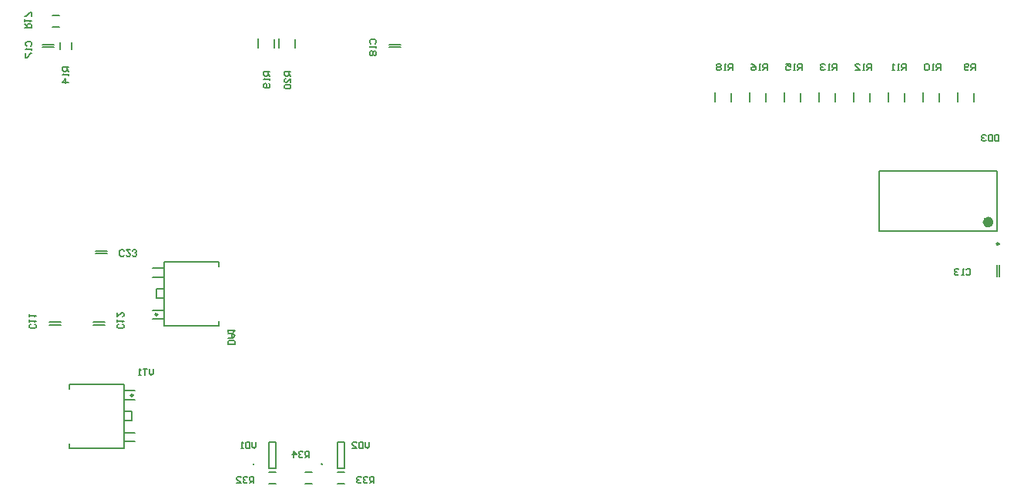
<source format=gbo>
G04 Layer_Color=32896*
%FSAX42Y42*%
%MOMM*%
G71*
G01*
G75*
%ADD10C,0.25*%
%ADD11C,0.60*%
%ADD12C,0.13*%
%ADD13C,0.20*%
D10*
X005391Y007696D02*
G03*
X005391Y007696I-000012J000000D01*
G01*
X005124Y006807D02*
G03*
X005124Y006807I-000012J000000D01*
G01*
X014639Y008471D02*
G03*
X014639Y008471I-000012J000000D01*
G01*
D11*
X014550Y008711D02*
G03*
X014550Y008711I-000030J000000D01*
G01*
D12*
X004710Y008397D02*
X004840Y008397D01*
X004710Y008367D02*
X004840Y008367D01*
X014645Y008114D02*
X014645Y008244D01*
X014615Y008114D02*
X014615Y008244D01*
X004202Y007580D02*
X004332Y007580D01*
X004202Y007610D02*
X004332Y007610D01*
X004685Y007580D02*
X004815Y007580D01*
X004685Y007610D02*
X004815Y007610D01*
X004124Y010665D02*
X004254Y010665D01*
X004124Y010635D02*
X004254Y010635D01*
X007935Y010665D02*
X008065Y010665D01*
X007935Y010635D02*
X008065Y010635D01*
X006063Y007575D02*
X006063Y007625D01*
X006063Y008225D02*
X006063Y008275D01*
X005463Y007575D02*
X005463Y008275D01*
X005343Y008105D02*
X005463Y008105D01*
X005463Y008205D01*
X005343Y008205D02*
X005463Y008205D01*
X005383Y007875D02*
X005463Y007875D01*
X005463Y007975D01*
X005383Y007975D02*
X005463Y007975D01*
X005383Y007875D02*
X005383Y007975D01*
X005343Y007745D02*
X005463Y007745D01*
X005463Y007645D02*
X005463Y007745D01*
X005343Y007645D02*
X005463Y007645D01*
X005463Y008275D02*
X006063Y008275D01*
X005463Y007575D02*
X006063Y007575D01*
X004325Y010612D02*
X004325Y010688D01*
X004452Y010612D02*
X004452Y010688D01*
X004240Y010986D02*
X004317Y010986D01*
X004240Y010858D02*
X004317Y010858D01*
X006619Y005837D02*
X006695Y005837D01*
X006619Y005963D02*
X006695Y005963D01*
X007369Y005837D02*
X007445Y005837D01*
X007369Y005963D02*
X007445Y005963D01*
X006500Y010624D02*
X006500Y010726D01*
X006678Y010627D02*
X006678Y010723D01*
X006725Y010624D02*
X006725Y010726D01*
X006903Y010627D02*
X006903Y010723D01*
X007019Y005963D02*
X007095Y005963D01*
X007019Y005837D02*
X007095Y005837D01*
X006619Y006005D02*
X006619Y006295D01*
X006695Y006295D01*
X006695Y006005D02*
X006695Y006295D01*
X006619Y006005D02*
X006695Y006005D01*
X007369Y006005D02*
X007369Y006295D01*
X007445Y006295D01*
X007445Y006005D02*
X007445Y006295D01*
X007369Y006005D02*
X007445Y006005D01*
X004427Y006879D02*
X004427Y006929D01*
X004427Y006229D02*
X004427Y006279D01*
X005027Y006229D02*
X005027Y006929D01*
X005027Y006399D02*
X005147Y006399D01*
X005027Y006299D02*
X005027Y006399D01*
X005027Y006299D02*
X005147Y006299D01*
X005027Y006629D02*
X005107Y006629D01*
X005027Y006529D02*
X005027Y006629D01*
X005027Y006529D02*
X005107Y006529D01*
X005107Y006629D01*
X005027Y006759D02*
X005147Y006759D01*
X005027Y006759D02*
X005027Y006859D01*
X005147Y006859D01*
X004427Y006229D02*
X005027Y006229D01*
X004427Y006929D02*
X005027Y006929D01*
X011521Y010033D02*
X011521Y010135D01*
X011698Y010036D02*
X011698Y010132D01*
X011901Y010033D02*
X011901Y010135D01*
X012079Y010036D02*
X012079Y010132D01*
X012282Y010033D02*
X012282Y010135D01*
X012460Y010036D02*
X012460Y010132D01*
X012664Y010033D02*
X012664Y010135D01*
X012841Y010036D02*
X012841Y010132D01*
X013045Y010033D02*
X013045Y010135D01*
X013222Y010036D02*
X013222Y010132D01*
X013426Y010033D02*
X013426Y010135D01*
X013603Y010036D02*
X013603Y010132D01*
X013807Y010033D02*
X013807Y010135D01*
X013984Y010036D02*
X013984Y010132D01*
X014188Y010033D02*
X014188Y010135D01*
X014365Y010036D02*
X014365Y010132D01*
X005025Y008349D02*
X005013Y008337D01*
X004990Y008337D01*
X004978Y008349D01*
X004978Y008396D01*
X004990Y008407D01*
X005013Y008407D01*
X005025Y008396D01*
X005095Y008407D02*
X005048Y008407D01*
X005095Y008361D01*
X005095Y008349D01*
X005083Y008337D01*
X005060Y008337D01*
X005048Y008349D01*
X005118Y008349D02*
X005130Y008337D01*
X005153Y008337D01*
X005165Y008349D01*
X005165Y008361D01*
X005153Y008372D01*
X005142Y008372D01*
X005153Y008372D01*
X005165Y008384D01*
X005165Y008396D01*
X005153Y008407D01*
X005130Y008407D01*
X005118Y008396D01*
X014279Y008186D02*
X014291Y008198D01*
X014314Y008198D01*
X014326Y008186D01*
X014326Y008140D01*
X014314Y008128D01*
X014291Y008128D01*
X014279Y008140D01*
X014256Y008128D02*
X014232Y008128D01*
X014244Y008128D01*
X014244Y008198D01*
X014256Y008186D01*
X014197Y008186D02*
X014186Y008198D01*
X014162Y008198D01*
X014151Y008186D01*
X014151Y008175D01*
X014162Y008163D01*
X014174Y008163D01*
X014162Y008163D01*
X014151Y008151D01*
X014151Y008140D01*
X014162Y008128D01*
X014186Y008128D01*
X014197Y008140D01*
X004046Y007590D02*
X004058Y007579D01*
X004058Y007555D01*
X004046Y007544D01*
X003999Y007544D01*
X003988Y007555D01*
X003988Y007579D01*
X003999Y007590D01*
X003988Y007614D02*
X003988Y007637D01*
X003988Y007625D01*
X004058Y007625D01*
X004046Y007614D01*
X003988Y007672D02*
X003988Y007695D01*
X003988Y007684D01*
X004058Y007684D01*
X004046Y007672D01*
X005011Y007590D02*
X005023Y007579D01*
X005023Y007555D01*
X005011Y007544D01*
X004965Y007544D01*
X004953Y007555D01*
X004953Y007579D01*
X004965Y007590D01*
X004953Y007614D02*
X004953Y007637D01*
X004953Y007625D01*
X005023Y007625D01*
X005011Y007614D01*
X004953Y007719D02*
X004953Y007672D01*
X005000Y007719D01*
X005011Y007719D01*
X005023Y007707D01*
X005023Y007684D01*
X005011Y007672D01*
X003955Y010647D02*
X003943Y010658D01*
X003943Y010682D01*
X003955Y010693D01*
X004002Y010693D01*
X004013Y010682D01*
X004013Y010658D01*
X004002Y010647D01*
X004013Y010623D02*
X004013Y010600D01*
X004013Y010612D01*
X003943Y010612D01*
X003955Y010623D01*
X003943Y010565D02*
X003943Y010518D01*
X003955Y010518D01*
X004002Y010565D01*
X004013Y010565D01*
X007739Y010672D02*
X007728Y010684D01*
X007728Y010707D01*
X007739Y010719D01*
X007786Y010719D01*
X007798Y010707D01*
X007798Y010684D01*
X007786Y010672D01*
X007798Y010649D02*
X007798Y010625D01*
X007798Y010637D01*
X007728Y010637D01*
X007739Y010649D01*
X007739Y010591D02*
X007728Y010579D01*
X007728Y010556D01*
X007739Y010544D01*
X007751Y010544D01*
X007763Y010556D01*
X007774Y010544D01*
X007786Y010544D01*
X007798Y010556D01*
X007798Y010579D01*
X007786Y010591D01*
X007774Y010591D01*
X007763Y010579D01*
X007751Y010591D01*
X007739Y010591D01*
X007763Y010579D02*
X007763Y010556D01*
X006242Y007366D02*
X006172Y007366D01*
X006172Y007401D01*
X006184Y007413D01*
X006231Y007413D01*
X006242Y007401D01*
X006242Y007366D01*
X006172Y007436D02*
X006219Y007436D01*
X006242Y007459D01*
X006219Y007483D01*
X006172Y007483D01*
X006207Y007483D01*
X006207Y007436D01*
X006172Y007506D02*
X006172Y007529D01*
X006172Y007518D01*
X006242Y007518D01*
X006231Y007506D01*
X004420Y010414D02*
X004350Y010414D01*
X004350Y010379D01*
X004361Y010367D01*
X004385Y010367D01*
X004396Y010379D01*
X004396Y010414D01*
X004396Y010391D02*
X004420Y010367D01*
X004420Y010344D02*
X004420Y010321D01*
X004420Y010332D01*
X004350Y010332D01*
X004361Y010344D01*
X004420Y010251D02*
X004350Y010251D01*
X004385Y010286D01*
X004385Y010239D01*
X003937Y010846D02*
X004007Y010846D01*
X004007Y010881D01*
X003995Y010892D01*
X003972Y010892D01*
X003960Y010881D01*
X003960Y010846D01*
X003960Y010869D02*
X003937Y010892D01*
X003937Y010916D02*
X003937Y010939D01*
X003937Y010927D01*
X004007Y010927D01*
X003995Y010916D01*
X004007Y010974D02*
X004007Y011021D01*
X003995Y011021D01*
X003949Y010974D01*
X003937Y010974D01*
X006452Y005842D02*
X006452Y005912D01*
X006417Y005912D01*
X006405Y005900D01*
X006405Y005877D01*
X006417Y005865D01*
X006452Y005865D01*
X006428Y005865D02*
X006405Y005842D01*
X006382Y005900D02*
X006370Y005912D01*
X006347Y005912D01*
X006335Y005900D01*
X006335Y005889D01*
X006347Y005877D01*
X006358Y005877D01*
X006347Y005877D01*
X006335Y005865D01*
X006335Y005854D01*
X006347Y005842D01*
X006370Y005842D01*
X006382Y005854D01*
X006265Y005842D02*
X006312Y005842D01*
X006265Y005889D01*
X006265Y005900D01*
X006277Y005912D01*
X006300Y005912D01*
X006312Y005900D01*
X007772Y005842D02*
X007772Y005912D01*
X007737Y005912D01*
X007726Y005900D01*
X007726Y005877D01*
X007737Y005865D01*
X007772Y005865D01*
X007749Y005865D02*
X007726Y005842D01*
X007702Y005900D02*
X007691Y005912D01*
X007667Y005912D01*
X007656Y005900D01*
X007656Y005889D01*
X007667Y005877D01*
X007679Y005877D01*
X007667Y005877D01*
X007656Y005865D01*
X007656Y005854D01*
X007667Y005842D01*
X007691Y005842D01*
X007702Y005854D01*
X007632Y005900D02*
X007621Y005912D01*
X007597Y005912D01*
X007586Y005900D01*
X007586Y005889D01*
X007597Y005877D01*
X007609Y005877D01*
X007597Y005877D01*
X007586Y005865D01*
X007586Y005854D01*
X007597Y005842D01*
X007621Y005842D01*
X007632Y005854D01*
X006629Y010363D02*
X006559Y010363D01*
X006559Y010328D01*
X006571Y010317D01*
X006594Y010317D01*
X006606Y010328D01*
X006606Y010363D01*
X006606Y010340D02*
X006629Y010317D01*
X006629Y010293D02*
X006629Y010270D01*
X006629Y010282D01*
X006559Y010282D01*
X006571Y010293D01*
X006618Y010235D02*
X006629Y010223D01*
X006629Y010200D01*
X006618Y010188D01*
X006571Y010188D01*
X006559Y010200D01*
X006559Y010223D01*
X006571Y010235D01*
X006583Y010235D01*
X006594Y010223D01*
X006594Y010188D01*
X006858Y010363D02*
X006788Y010363D01*
X006788Y010328D01*
X006800Y010317D01*
X006823Y010317D01*
X006835Y010328D01*
X006835Y010363D01*
X006835Y010340D02*
X006858Y010317D01*
X006858Y010247D02*
X006858Y010293D01*
X006811Y010247D01*
X006800Y010247D01*
X006788Y010258D01*
X006788Y010282D01*
X006800Y010293D01*
X006800Y010223D02*
X006788Y010212D01*
X006788Y010188D01*
X006800Y010177D01*
X006846Y010177D01*
X006858Y010188D01*
X006858Y010212D01*
X006846Y010223D01*
X006800Y010223D01*
X007061Y006121D02*
X007061Y006191D01*
X007026Y006191D01*
X007015Y006180D01*
X007015Y006156D01*
X007026Y006145D01*
X007061Y006145D01*
X007038Y006145D02*
X007015Y006121D01*
X006991Y006180D02*
X006980Y006191D01*
X006956Y006191D01*
X006945Y006180D01*
X006945Y006168D01*
X006956Y006156D01*
X006968Y006156D01*
X006956Y006156D01*
X006945Y006145D01*
X006945Y006133D01*
X006956Y006121D01*
X006980Y006121D01*
X006991Y006133D01*
X006886Y006121D02*
X006886Y006191D01*
X006921Y006156D01*
X006875Y006156D01*
X006477Y006293D02*
X006477Y006246D01*
X006454Y006223D01*
X006430Y006246D01*
X006430Y006293D01*
X006407Y006293D02*
X006407Y006223D01*
X006372Y006223D01*
X006360Y006235D01*
X006360Y006281D01*
X006372Y006293D01*
X006407Y006293D01*
X006337Y006223D02*
X006314Y006223D01*
X006325Y006223D01*
X006325Y006293D01*
X006337Y006281D01*
X007722Y006293D02*
X007722Y006246D01*
X007698Y006223D01*
X007675Y006246D01*
X007675Y006293D01*
X007652Y006293D02*
X007652Y006223D01*
X007617Y006223D01*
X007605Y006235D01*
X007605Y006281D01*
X007617Y006293D01*
X007652Y006293D01*
X007535Y006223D02*
X007582Y006223D01*
X007535Y006270D01*
X007535Y006281D01*
X007547Y006293D01*
X007570Y006293D01*
X007582Y006281D01*
X005349Y007096D02*
X005349Y007049D01*
X005326Y007026D01*
X005303Y007049D01*
X005303Y007096D01*
X005279Y007096D02*
X005233Y007096D01*
X005256Y007096D01*
X005256Y007026D01*
X005209Y007026D02*
X005186Y007026D01*
X005198Y007026D01*
X005198Y007096D01*
X005209Y007084D01*
X014638Y009674D02*
X014638Y009604D01*
X014603Y009604D01*
X014591Y009615D01*
X014591Y009662D01*
X014603Y009674D01*
X014638Y009674D01*
X014568Y009674D02*
X014568Y009604D01*
X014533Y009604D01*
X014521Y009615D01*
X014521Y009662D01*
X014533Y009674D01*
X014568Y009674D01*
X014498Y009662D02*
X014486Y009674D01*
X014463Y009674D01*
X014451Y009662D01*
X014451Y009650D01*
X014463Y009639D01*
X014475Y009639D01*
X014463Y009639D01*
X014451Y009627D01*
X014451Y009615D01*
X014463Y009604D01*
X014486Y009604D01*
X014498Y009615D01*
X011712Y010384D02*
X011712Y010453D01*
X011677Y010453D01*
X011665Y010442D01*
X011665Y010419D01*
X011677Y010407D01*
X011712Y010407D01*
X011689Y010407D02*
X011665Y010384D01*
X011642Y010384D02*
X011619Y010384D01*
X011630Y010384D01*
X011630Y010453D01*
X011642Y010442D01*
X011584Y010442D02*
X011572Y010453D01*
X011549Y010453D01*
X011537Y010442D01*
X011537Y010430D01*
X011549Y010419D01*
X011537Y010407D01*
X011537Y010395D01*
X011549Y010384D01*
X011572Y010384D01*
X011584Y010395D01*
X011584Y010407D01*
X011572Y010419D01*
X011584Y010430D01*
X011584Y010442D01*
X011572Y010419D02*
X011549Y010419D01*
X012093Y010384D02*
X012093Y010453D01*
X012058Y010453D01*
X012046Y010442D01*
X012046Y010419D01*
X012058Y010407D01*
X012093Y010407D01*
X012070Y010407D02*
X012046Y010384D01*
X012023Y010384D02*
X012000Y010384D01*
X012011Y010384D01*
X012011Y010453D01*
X012023Y010442D01*
X011918Y010453D02*
X011941Y010442D01*
X011965Y010419D01*
X011965Y010395D01*
X011953Y010384D01*
X011930Y010384D01*
X011918Y010395D01*
X011918Y010407D01*
X011930Y010419D01*
X011965Y010419D01*
X012474Y010384D02*
X012474Y010453D01*
X012439Y010453D01*
X012427Y010442D01*
X012427Y010419D01*
X012439Y010407D01*
X012474Y010407D01*
X012451Y010407D02*
X012427Y010384D01*
X012404Y010384D02*
X012381Y010384D01*
X012392Y010384D01*
X012392Y010453D01*
X012404Y010442D01*
X012299Y010453D02*
X012346Y010453D01*
X012346Y010419D01*
X012322Y010430D01*
X012311Y010430D01*
X012299Y010419D01*
X012299Y010395D01*
X012311Y010384D01*
X012334Y010384D01*
X012346Y010395D01*
X012855Y010384D02*
X012855Y010453D01*
X012820Y010453D01*
X012808Y010442D01*
X012808Y010419D01*
X012820Y010407D01*
X012855Y010407D01*
X012832Y010407D02*
X012808Y010384D01*
X012785Y010384D02*
X012762Y010384D01*
X012773Y010384D01*
X012773Y010453D01*
X012785Y010442D01*
X012727Y010442D02*
X012715Y010453D01*
X012692Y010453D01*
X012680Y010442D01*
X012680Y010430D01*
X012692Y010419D01*
X012703Y010419D01*
X012692Y010419D01*
X012680Y010407D01*
X012680Y010395D01*
X012692Y010384D01*
X012715Y010384D01*
X012727Y010395D01*
X013236Y010384D02*
X013236Y010453D01*
X013201Y010453D01*
X013189Y010442D01*
X013189Y010419D01*
X013201Y010407D01*
X013236Y010407D01*
X013213Y010407D02*
X013189Y010384D01*
X013166Y010384D02*
X013143Y010384D01*
X013154Y010384D01*
X013154Y010453D01*
X013166Y010442D01*
X013061Y010384D02*
X013108Y010384D01*
X013061Y010430D01*
X013061Y010442D01*
X013073Y010453D01*
X013096Y010453D01*
X013108Y010442D01*
X013617Y010384D02*
X013617Y010453D01*
X013582Y010453D01*
X013570Y010442D01*
X013570Y010419D01*
X013582Y010407D01*
X013617Y010407D01*
X013594Y010407D02*
X013570Y010384D01*
X013547Y010384D02*
X013524Y010384D01*
X013535Y010384D01*
X013535Y010453D01*
X013547Y010442D01*
X013489Y010384D02*
X013465Y010384D01*
X013477Y010384D01*
X013477Y010453D01*
X013489Y010442D01*
X013998Y010384D02*
X013998Y010453D01*
X013963Y010453D01*
X013951Y010442D01*
X013951Y010419D01*
X013963Y010407D01*
X013998Y010407D01*
X013975Y010407D02*
X013951Y010384D01*
X013928Y010384D02*
X013905Y010384D01*
X013916Y010384D01*
X013916Y010453D01*
X013928Y010442D01*
X013870Y010442D02*
X013858Y010453D01*
X013835Y010453D01*
X013823Y010442D01*
X013823Y010395D01*
X013835Y010384D01*
X013858Y010384D01*
X013870Y010395D01*
X013870Y010442D01*
X014379Y010384D02*
X014379Y010453D01*
X014344Y010453D01*
X014332Y010442D01*
X014332Y010419D01*
X014344Y010407D01*
X014379Y010407D01*
X014356Y010407D02*
X014332Y010384D01*
X014309Y010395D02*
X014297Y010384D01*
X014274Y010384D01*
X014262Y010395D01*
X014262Y010442D01*
X014274Y010453D01*
X014297Y010453D01*
X014309Y010442D01*
X014309Y010430D01*
X014297Y010419D01*
X014262Y010419D01*
X006448Y006048D02*
X006444Y006052D01*
X006448Y006055D01*
X006451Y006052D01*
X006448Y006048D01*
X007198Y006048D02*
X007194Y006052D01*
X007198Y006055D01*
X007201Y006052D01*
X007198Y006048D01*
D13*
X013320Y008611D02*
X013320Y009271D01*
X014620Y008611D02*
X014620Y009271D01*
X013320Y009271D02*
X014620Y009271D01*
X013320Y008611D02*
X014620Y008611D01*
M02*

</source>
